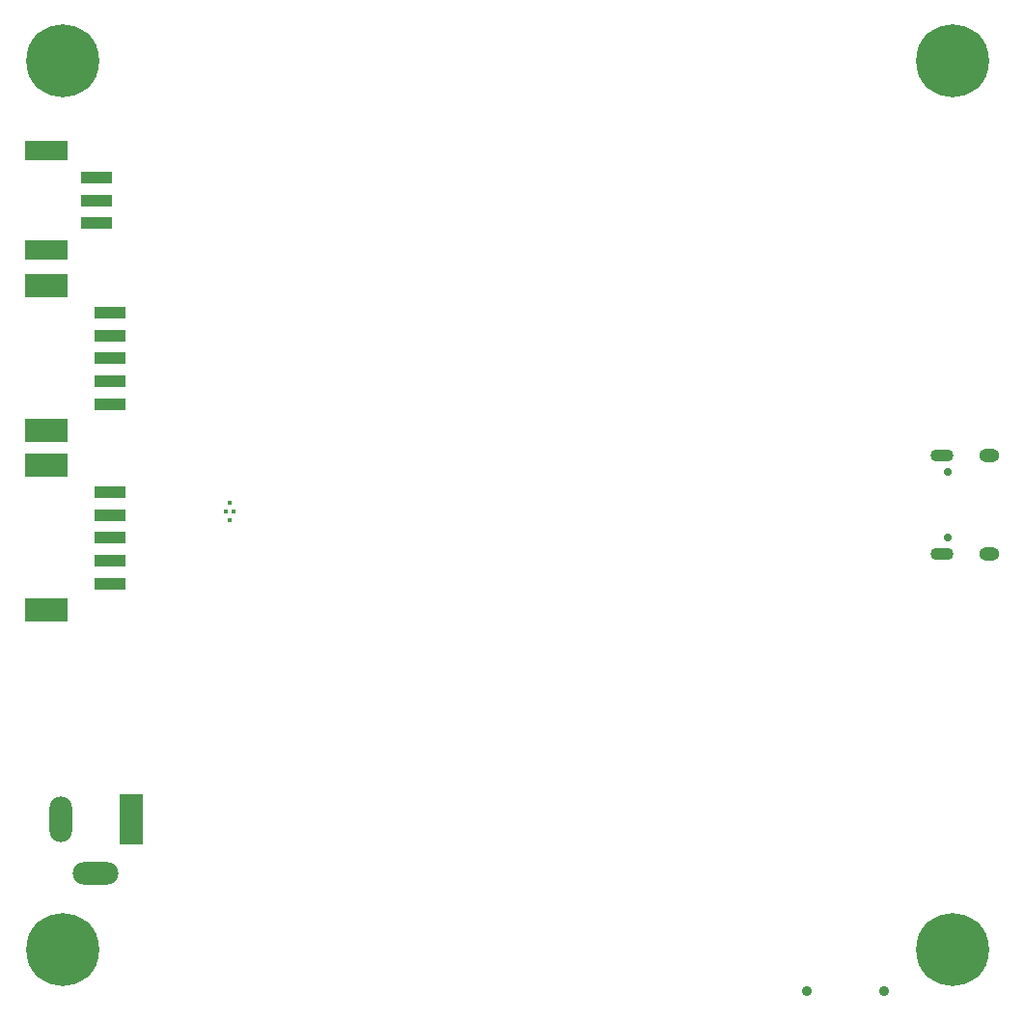
<source format=gbr>
%TF.GenerationSoftware,KiCad,Pcbnew,9.0.6*%
%TF.CreationDate,2026-01-15T20:05:28-05:00*%
%TF.ProjectId,DebuggingBoard,44656275-6767-4696-9e67-426f6172642e,rev?*%
%TF.SameCoordinates,Original*%
%TF.FileFunction,Soldermask,Bot*%
%TF.FilePolarity,Negative*%
%FSLAX46Y46*%
G04 Gerber Fmt 4.6, Leading zero omitted, Abs format (unit mm)*
G04 Created by KiCad (PCBNEW 9.0.6) date 2026-01-15 20:05:28*
%MOMM*%
%LPD*%
G01*
G04 APERTURE LIST*
%ADD10C,0.800000*%
%ADD11C,6.400000*%
%ADD12C,0.450000*%
%ADD13R,2.000000X4.500000*%
%ADD14O,2.000000X4.000000*%
%ADD15O,4.000000X2.000000*%
%ADD16C,0.700000*%
%ADD17O,2.000000X1.100000*%
%ADD18O,1.800000X1.200000*%
%ADD19C,0.900000*%
%ADD20R,2.700000X1.000000*%
%ADD21R,3.800000X1.800000*%
%ADD22R,3.800000X2.000000*%
G04 APERTURE END LIST*
D10*
%TO.C,H4*%
X151600000Y-51000000D03*
X152302944Y-49302944D03*
X152302944Y-52697056D03*
X154000000Y-48600000D03*
D11*
X154000000Y-51000000D03*
D10*
X154000000Y-53400000D03*
X155697056Y-49302944D03*
X155697056Y-52697056D03*
X156400000Y-51000000D03*
%TD*%
D12*
%TO.C,U7*%
X90250000Y-90600000D03*
X90600000Y-89850000D03*
X90600000Y-91350000D03*
X90950000Y-90600000D03*
%TD*%
D13*
%TO.C,J1*%
X82000000Y-117600000D03*
D14*
X75800000Y-117600000D03*
D15*
X78800000Y-122300000D03*
%TD*%
D16*
%TO.C,USB1*%
X153600000Y-92890000D03*
X153600000Y-87110000D03*
D17*
X153070000Y-94320000D03*
D18*
X157280000Y-94320000D03*
D17*
X153070000Y-85680000D03*
D18*
X157280000Y-85680000D03*
%TD*%
D10*
%TO.C,H3*%
X151600000Y-129000000D03*
X152302944Y-127302944D03*
X152302944Y-130697056D03*
X154000000Y-126600000D03*
D11*
X154000000Y-129000000D03*
D10*
X154000000Y-131400000D03*
X155697056Y-127302944D03*
X155697056Y-130697056D03*
X156400000Y-129000000D03*
%TD*%
%TO.C,H1*%
X73600000Y-51000000D03*
X74302944Y-49302944D03*
X74302944Y-52697056D03*
X76000000Y-48600000D03*
D11*
X76000000Y-51000000D03*
D10*
X76000000Y-53400000D03*
X77697056Y-49302944D03*
X77697056Y-52697056D03*
X78400000Y-51000000D03*
%TD*%
D19*
%TO.C,SW1*%
X141200000Y-132700000D03*
X148000000Y-132700000D03*
%TD*%
D10*
%TO.C,H2*%
X73600000Y-129000000D03*
X74302944Y-127302944D03*
X74302944Y-130697056D03*
X76000000Y-126600000D03*
D11*
X76000000Y-129000000D03*
D10*
X76000000Y-131400000D03*
X77697056Y-127302944D03*
X77697056Y-130697056D03*
X78400000Y-129000000D03*
%TD*%
D20*
%TO.C,U19*%
X78950088Y-61299974D03*
X78950088Y-63299974D03*
X78950088Y-65299974D03*
D21*
X74500000Y-58949961D03*
X74500000Y-67649987D03*
%TD*%
D20*
%TO.C,U16*%
X80099950Y-81150013D03*
X80099950Y-79150013D03*
X80099950Y-77150013D03*
X80099950Y-75150013D03*
X80099950Y-73150013D03*
D22*
X74500000Y-83500026D03*
X74500000Y-70800000D03*
%TD*%
D20*
%TO.C,U15*%
X80099950Y-96900000D03*
X80099950Y-94900000D03*
X80099950Y-92900000D03*
X80099950Y-90900000D03*
X80099950Y-88900000D03*
D22*
X74500000Y-99250013D03*
X74500000Y-86549987D03*
%TD*%
M02*

</source>
